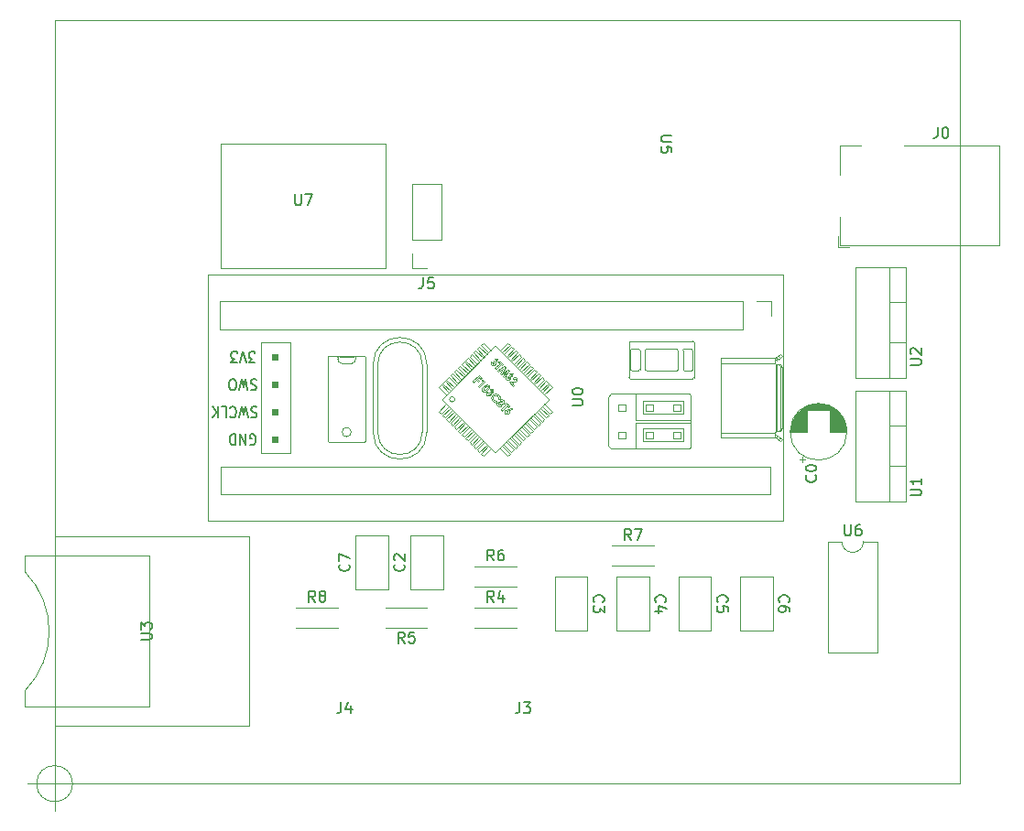
<source format=gbr>
%TF.GenerationSoftware,KiCad,Pcbnew,(6.0.4)*%
%TF.CreationDate,2023-07-18T11:50:36+07:00*%
%TF.ProjectId,05-Prototype-UpdatedComponents,30352d50-726f-4746-9f74-7970652d5570,rev?*%
%TF.SameCoordinates,PX82af528PY8a31af8*%
%TF.FileFunction,Legend,Top*%
%TF.FilePolarity,Positive*%
%FSLAX46Y46*%
G04 Gerber Fmt 4.6, Leading zero omitted, Abs format (unit mm)*
G04 Created by KiCad (PCBNEW (6.0.4)) date 2023-07-18 11:50:36*
%MOMM*%
%LPD*%
G01*
G04 APERTURE LIST*
%TA.AperFunction,Profile*%
%ADD10C,0.100000*%
%TD*%
%ADD11C,0.150000*%
%ADD12C,0.120000*%
%ADD13C,0.100000*%
G04 APERTURE END LIST*
D10*
X1666666Y0D02*
G75*
G03*
X1666666Y0I-1666666J0D01*
G01*
X-2500000Y0D02*
X2500000Y0D01*
X0Y2500000D02*
X0Y-2500000D01*
X0Y0D02*
X83693000Y0D01*
X83693000Y0D02*
X83693000Y70612000D01*
X83693000Y70612000D02*
X0Y70612000D01*
X0Y70612000D02*
X0Y0D01*
D11*
%TO.C,J0*%
X81618666Y60712120D02*
X81618666Y59997834D01*
X81571047Y59854977D01*
X81475809Y59759739D01*
X81332952Y59712120D01*
X81237714Y59712120D01*
X82285333Y60712120D02*
X82380571Y60712120D01*
X82475809Y60664500D01*
X82523428Y60616881D01*
X82571047Y60521643D01*
X82618666Y60331167D01*
X82618666Y60093072D01*
X82571047Y59902596D01*
X82523428Y59807358D01*
X82475809Y59759739D01*
X82380571Y59712120D01*
X82285333Y59712120D01*
X82190095Y59759739D01*
X82142476Y59807358D01*
X82094857Y59902596D01*
X82047238Y60093072D01*
X82047238Y60331167D01*
X82094857Y60521643D01*
X82142476Y60616881D01*
X82190095Y60664500D01*
X82285333Y60712120D01*
%TO.C,J5*%
X34058666Y46814620D02*
X34058666Y46100334D01*
X34011047Y45957477D01*
X33915809Y45862239D01*
X33772952Y45814620D01*
X33677714Y45814620D01*
X35011047Y46814620D02*
X34534857Y46814620D01*
X34487238Y46338429D01*
X34534857Y46386048D01*
X34630095Y46433667D01*
X34868190Y46433667D01*
X34963428Y46386048D01*
X35011047Y46338429D01*
X35058666Y46243191D01*
X35058666Y46005096D01*
X35011047Y45909858D01*
X34963428Y45862239D01*
X34868190Y45814620D01*
X34630095Y45814620D01*
X34534857Y45862239D01*
X34487238Y45909858D01*
%TO.C,J3*%
X42973666Y7524620D02*
X42973666Y6810334D01*
X42926047Y6667477D01*
X42830809Y6572239D01*
X42687952Y6524620D01*
X42592714Y6524620D01*
X43354619Y7524620D02*
X43973666Y7524620D01*
X43640333Y7143667D01*
X43783190Y7143667D01*
X43878428Y7096048D01*
X43926047Y7048429D01*
X43973666Y6953191D01*
X43973666Y6715096D01*
X43926047Y6619858D01*
X43878428Y6572239D01*
X43783190Y6524620D01*
X43497476Y6524620D01*
X43402238Y6572239D01*
X43354619Y6619858D01*
%TO.C,J4*%
X26463666Y7524620D02*
X26463666Y6810334D01*
X26416047Y6667477D01*
X26320809Y6572239D01*
X26177952Y6524620D01*
X26082714Y6524620D01*
X27368428Y7191286D02*
X27368428Y6524620D01*
X27130333Y7572239D02*
X26892238Y6857953D01*
X27511285Y6857953D01*
%TO.C,C5*%
X61324857Y16803667D02*
X61277238Y16851286D01*
X61229619Y16994143D01*
X61229619Y17089381D01*
X61277238Y17232239D01*
X61372476Y17327477D01*
X61467714Y17375096D01*
X61658190Y17422715D01*
X61801047Y17422715D01*
X61991523Y17375096D01*
X62086761Y17327477D01*
X62182000Y17232239D01*
X62229619Y17089381D01*
X62229619Y16994143D01*
X62182000Y16851286D01*
X62134380Y16803667D01*
X62229619Y15898905D02*
X62229619Y16375096D01*
X61753428Y16422715D01*
X61801047Y16375096D01*
X61848666Y16279858D01*
X61848666Y16041762D01*
X61801047Y15946524D01*
X61753428Y15898905D01*
X61658190Y15851286D01*
X61420095Y15851286D01*
X61324857Y15898905D01*
X61277238Y15946524D01*
X61229619Y16041762D01*
X61229619Y16279858D01*
X61277238Y16375096D01*
X61324857Y16422715D01*
%TO.C,C3*%
X49894857Y16803667D02*
X49847238Y16851286D01*
X49799619Y16994143D01*
X49799619Y17089381D01*
X49847238Y17232239D01*
X49942476Y17327477D01*
X50037714Y17375096D01*
X50228190Y17422715D01*
X50371047Y17422715D01*
X50561523Y17375096D01*
X50656761Y17327477D01*
X50752000Y17232239D01*
X50799619Y17089381D01*
X50799619Y16994143D01*
X50752000Y16851286D01*
X50704380Y16803667D01*
X50799619Y16470334D02*
X50799619Y15851286D01*
X50418666Y16184620D01*
X50418666Y16041762D01*
X50371047Y15946524D01*
X50323428Y15898905D01*
X50228190Y15851286D01*
X49990095Y15851286D01*
X49894857Y15898905D01*
X49847238Y15946524D01*
X49799619Y16041762D01*
X49799619Y16327477D01*
X49847238Y16422715D01*
X49894857Y16470334D01*
%TO.C,R8*%
X24090333Y16819620D02*
X23757000Y17295810D01*
X23518904Y16819620D02*
X23518904Y17819620D01*
X23899857Y17819620D01*
X23995095Y17772000D01*
X24042714Y17724381D01*
X24090333Y17629143D01*
X24090333Y17486286D01*
X24042714Y17391048D01*
X23995095Y17343429D01*
X23899857Y17295810D01*
X23518904Y17295810D01*
X24661761Y17391048D02*
X24566523Y17438667D01*
X24518904Y17486286D01*
X24471285Y17581524D01*
X24471285Y17629143D01*
X24518904Y17724381D01*
X24566523Y17772000D01*
X24661761Y17819620D01*
X24852238Y17819620D01*
X24947476Y17772000D01*
X24995095Y17724381D01*
X25042714Y17629143D01*
X25042714Y17581524D01*
X24995095Y17486286D01*
X24947476Y17438667D01*
X24852238Y17391048D01*
X24661761Y17391048D01*
X24566523Y17343429D01*
X24518904Y17295810D01*
X24471285Y17200572D01*
X24471285Y17010096D01*
X24518904Y16914858D01*
X24566523Y16867239D01*
X24661761Y16819620D01*
X24852238Y16819620D01*
X24947476Y16867239D01*
X24995095Y16914858D01*
X25042714Y17010096D01*
X25042714Y17200572D01*
X24995095Y17295810D01*
X24947476Y17343429D01*
X24852238Y17391048D01*
%TO.C,C4*%
X55609857Y16803667D02*
X55562238Y16851286D01*
X55514619Y16994143D01*
X55514619Y17089381D01*
X55562238Y17232239D01*
X55657476Y17327477D01*
X55752714Y17375096D01*
X55943190Y17422715D01*
X56086047Y17422715D01*
X56276523Y17375096D01*
X56371761Y17327477D01*
X56467000Y17232239D01*
X56514619Y17089381D01*
X56514619Y16994143D01*
X56467000Y16851286D01*
X56419380Y16803667D01*
X56181285Y15946524D02*
X55514619Y15946524D01*
X56562238Y16184620D02*
X55847952Y16422715D01*
X55847952Y15803667D01*
%TO.C,U6*%
X73010095Y23949620D02*
X73010095Y23140096D01*
X73057714Y23044858D01*
X73105333Y22997239D01*
X73200571Y22949620D01*
X73391047Y22949620D01*
X73486285Y22997239D01*
X73533904Y23044858D01*
X73581523Y23140096D01*
X73581523Y23949620D01*
X74486285Y23949620D02*
X74295809Y23949620D01*
X74200571Y23902000D01*
X74152952Y23854381D01*
X74057714Y23711524D01*
X74010095Y23521048D01*
X74010095Y23140096D01*
X74057714Y23044858D01*
X74105333Y22997239D01*
X74200571Y22949620D01*
X74391047Y22949620D01*
X74486285Y22997239D01*
X74533904Y23044858D01*
X74581523Y23140096D01*
X74581523Y23378191D01*
X74533904Y23473429D01*
X74486285Y23521048D01*
X74391047Y23568667D01*
X74200571Y23568667D01*
X74105333Y23521048D01*
X74057714Y23473429D01*
X74010095Y23378191D01*
%TO.C,U5*%
X57054619Y59943905D02*
X56245095Y59943905D01*
X56149857Y59896286D01*
X56102238Y59848667D01*
X56054619Y59753429D01*
X56054619Y59562953D01*
X56102238Y59467715D01*
X56149857Y59420096D01*
X56245095Y59372477D01*
X57054619Y59372477D01*
X57054619Y58420096D02*
X57054619Y58896286D01*
X56578428Y58943905D01*
X56626047Y58896286D01*
X56673666Y58801048D01*
X56673666Y58562953D01*
X56626047Y58467715D01*
X56578428Y58420096D01*
X56483190Y58372477D01*
X56245095Y58372477D01*
X56149857Y58420096D01*
X56102238Y58467715D01*
X56054619Y58562953D01*
X56054619Y58801048D01*
X56102238Y58896286D01*
X56149857Y58943905D01*
%TO.C,C0*%
X70334142Y28535334D02*
X70381761Y28487715D01*
X70429380Y28344858D01*
X70429380Y28249620D01*
X70381761Y28106762D01*
X70286523Y28011524D01*
X70191285Y27963905D01*
X70000809Y27916286D01*
X69857952Y27916286D01*
X69667476Y27963905D01*
X69572238Y28011524D01*
X69477000Y28106762D01*
X69429380Y28249620D01*
X69429380Y28344858D01*
X69477000Y28487715D01*
X69524619Y28535334D01*
X69429380Y29154381D02*
X69429380Y29249620D01*
X69477000Y29344858D01*
X69524619Y29392477D01*
X69619857Y29440096D01*
X69810333Y29487715D01*
X70048428Y29487715D01*
X70238904Y29440096D01*
X70334142Y29392477D01*
X70381761Y29344858D01*
X70429380Y29249620D01*
X70429380Y29154381D01*
X70381761Y29059143D01*
X70334142Y29011524D01*
X70238904Y28963905D01*
X70048428Y28916286D01*
X69810333Y28916286D01*
X69619857Y28963905D01*
X69524619Y29011524D01*
X69477000Y29059143D01*
X69429380Y29154381D01*
%TO.C,C2*%
X32274142Y20280334D02*
X32321761Y20232715D01*
X32369380Y20089858D01*
X32369380Y19994620D01*
X32321761Y19851762D01*
X32226523Y19756524D01*
X32131285Y19708905D01*
X31940809Y19661286D01*
X31797952Y19661286D01*
X31607476Y19708905D01*
X31512238Y19756524D01*
X31417000Y19851762D01*
X31369380Y19994620D01*
X31369380Y20089858D01*
X31417000Y20232715D01*
X31464619Y20280334D01*
X31464619Y20661286D02*
X31417000Y20708905D01*
X31369380Y20804143D01*
X31369380Y21042239D01*
X31417000Y21137477D01*
X31464619Y21185096D01*
X31559857Y21232715D01*
X31655095Y21232715D01*
X31797952Y21185096D01*
X32369380Y20613667D01*
X32369380Y21232715D01*
%TO.C,C7*%
X27194142Y20280334D02*
X27241761Y20232715D01*
X27289380Y20089858D01*
X27289380Y19994620D01*
X27241761Y19851762D01*
X27146523Y19756524D01*
X27051285Y19708905D01*
X26860809Y19661286D01*
X26717952Y19661286D01*
X26527476Y19708905D01*
X26432238Y19756524D01*
X26337000Y19851762D01*
X26289380Y19994620D01*
X26289380Y20089858D01*
X26337000Y20232715D01*
X26384619Y20280334D01*
X26289380Y20613667D02*
X26289380Y21280334D01*
X27289380Y20851762D01*
%TO.C,U1*%
X79104380Y26670096D02*
X79913904Y26670096D01*
X80009142Y26717715D01*
X80056761Y26765334D01*
X80104380Y26860572D01*
X80104380Y27051048D01*
X80056761Y27146286D01*
X80009142Y27193905D01*
X79913904Y27241524D01*
X79104380Y27241524D01*
X80104380Y28241524D02*
X80104380Y27670096D01*
X80104380Y27955810D02*
X79104380Y27955810D01*
X79247238Y27860572D01*
X79342476Y27765334D01*
X79390095Y27670096D01*
%TO.C,R4*%
X40600333Y16819620D02*
X40267000Y17295810D01*
X40028904Y16819620D02*
X40028904Y17819620D01*
X40409857Y17819620D01*
X40505095Y17772000D01*
X40552714Y17724381D01*
X40600333Y17629143D01*
X40600333Y17486286D01*
X40552714Y17391048D01*
X40505095Y17343429D01*
X40409857Y17295810D01*
X40028904Y17295810D01*
X41457476Y17486286D02*
X41457476Y16819620D01*
X41219380Y17867239D02*
X40981285Y17152953D01*
X41600333Y17152953D01*
%TO.C,C6*%
X67039857Y16803667D02*
X66992238Y16851286D01*
X66944619Y16994143D01*
X66944619Y17089381D01*
X66992238Y17232239D01*
X67087476Y17327477D01*
X67182714Y17375096D01*
X67373190Y17422715D01*
X67516047Y17422715D01*
X67706523Y17375096D01*
X67801761Y17327477D01*
X67897000Y17232239D01*
X67944619Y17089381D01*
X67944619Y16994143D01*
X67897000Y16851286D01*
X67849380Y16803667D01*
X67944619Y15946524D02*
X67944619Y16137000D01*
X67897000Y16232239D01*
X67849380Y16279858D01*
X67706523Y16375096D01*
X67516047Y16422715D01*
X67135095Y16422715D01*
X67039857Y16375096D01*
X66992238Y16327477D01*
X66944619Y16232239D01*
X66944619Y16041762D01*
X66992238Y15946524D01*
X67039857Y15898905D01*
X67135095Y15851286D01*
X67373190Y15851286D01*
X67468428Y15898905D01*
X67516047Y15946524D01*
X67563666Y16041762D01*
X67563666Y16232239D01*
X67516047Y16327477D01*
X67468428Y16375096D01*
X67373190Y16422715D01*
%TO.C,R6*%
X40600333Y20644620D02*
X40267000Y21120810D01*
X40028904Y20644620D02*
X40028904Y21644620D01*
X40409857Y21644620D01*
X40505095Y21597000D01*
X40552714Y21549381D01*
X40600333Y21454143D01*
X40600333Y21311286D01*
X40552714Y21216048D01*
X40505095Y21168429D01*
X40409857Y21120810D01*
X40028904Y21120810D01*
X41457476Y21644620D02*
X41267000Y21644620D01*
X41171761Y21597000D01*
X41124142Y21549381D01*
X41028904Y21406524D01*
X40981285Y21216048D01*
X40981285Y20835096D01*
X41028904Y20739858D01*
X41076523Y20692239D01*
X41171761Y20644620D01*
X41362238Y20644620D01*
X41457476Y20692239D01*
X41505095Y20739858D01*
X41552714Y20835096D01*
X41552714Y21073191D01*
X41505095Y21168429D01*
X41457476Y21216048D01*
X41362238Y21263667D01*
X41171761Y21263667D01*
X41076523Y21216048D01*
X41028904Y21168429D01*
X40981285Y21073191D01*
%TO.C,U7*%
X22225095Y54514620D02*
X22225095Y53705096D01*
X22272714Y53609858D01*
X22320333Y53562239D01*
X22415571Y53514620D01*
X22606047Y53514620D01*
X22701285Y53562239D01*
X22748904Y53609858D01*
X22796523Y53705096D01*
X22796523Y54514620D01*
X23177476Y54514620D02*
X23844142Y54514620D01*
X23415571Y53514620D01*
%TO.C,U3*%
X7969380Y13335096D02*
X8778904Y13335096D01*
X8874142Y13382715D01*
X8921761Y13430334D01*
X8969380Y13525572D01*
X8969380Y13716048D01*
X8921761Y13811286D01*
X8874142Y13858905D01*
X8778904Y13906524D01*
X7969380Y13906524D01*
X7969380Y14287477D02*
X7969380Y14906524D01*
X8350333Y14573191D01*
X8350333Y14716048D01*
X8397952Y14811286D01*
X8445571Y14858905D01*
X8540809Y14906524D01*
X8778904Y14906524D01*
X8874142Y14858905D01*
X8921761Y14811286D01*
X8969380Y14716048D01*
X8969380Y14430334D01*
X8921761Y14335096D01*
X8874142Y14287477D01*
%TO.C,U2*%
X79104380Y38735096D02*
X79913904Y38735096D01*
X80009142Y38782715D01*
X80056761Y38830334D01*
X80104380Y38925572D01*
X80104380Y39116048D01*
X80056761Y39211286D01*
X80009142Y39258905D01*
X79913904Y39306524D01*
X79104380Y39306524D01*
X79199619Y39735096D02*
X79152000Y39782715D01*
X79104380Y39877953D01*
X79104380Y40116048D01*
X79152000Y40211286D01*
X79199619Y40258905D01*
X79294857Y40306524D01*
X79390095Y40306524D01*
X79532952Y40258905D01*
X80104380Y39687477D01*
X80104380Y40306524D01*
%TO.C,U0*%
X47839380Y34995096D02*
X48648904Y34995096D01*
X48744142Y35042715D01*
X48791761Y35090334D01*
X48839380Y35185572D01*
X48839380Y35376048D01*
X48791761Y35471286D01*
X48744142Y35518905D01*
X48648904Y35566524D01*
X47839380Y35566524D01*
X47839380Y36233191D02*
X47839380Y36328429D01*
X47887000Y36423667D01*
X47934619Y36471286D01*
X48029857Y36518905D01*
X48220333Y36566524D01*
X48458428Y36566524D01*
X48648904Y36518905D01*
X48744142Y36471286D01*
X48791761Y36423667D01*
X48839380Y36328429D01*
X48839380Y36233191D01*
X48791761Y36137953D01*
X48744142Y36090334D01*
X48648904Y36042715D01*
X48458428Y35995096D01*
X48220333Y35995096D01*
X48029857Y36042715D01*
X47934619Y36090334D01*
X47887000Y36137953D01*
X47839380Y36233191D01*
X18513285Y38949381D02*
X17956142Y38949381D01*
X18256142Y39330334D01*
X18127571Y39330334D01*
X18041857Y39377953D01*
X17999000Y39425572D01*
X17956142Y39520810D01*
X17956142Y39758905D01*
X17999000Y39854143D01*
X18041857Y39901762D01*
X18127571Y39949381D01*
X18384714Y39949381D01*
X18470428Y39901762D01*
X18513285Y39854143D01*
X17699000Y38949381D02*
X17399000Y39949381D01*
X17099000Y38949381D01*
X16884714Y38949381D02*
X16327571Y38949381D01*
X16627571Y39330334D01*
X16499000Y39330334D01*
X16413285Y39377953D01*
X16370428Y39425572D01*
X16327571Y39520810D01*
X16327571Y39758905D01*
X16370428Y39854143D01*
X16413285Y39901762D01*
X16499000Y39949381D01*
X16756142Y39949381D01*
X16841857Y39901762D01*
X16884714Y39854143D01*
X18084714Y31377000D02*
X18170428Y31329381D01*
X18299000Y31329381D01*
X18427571Y31377000D01*
X18513285Y31472239D01*
X18556142Y31567477D01*
X18599000Y31757953D01*
X18599000Y31900810D01*
X18556142Y32091286D01*
X18513285Y32186524D01*
X18427571Y32281762D01*
X18299000Y32329381D01*
X18213285Y32329381D01*
X18084714Y32281762D01*
X18041857Y32234143D01*
X18041857Y31900810D01*
X18213285Y31900810D01*
X17656142Y32329381D02*
X17656142Y31329381D01*
X17141857Y32329381D01*
X17141857Y31329381D01*
X16713285Y32329381D02*
X16713285Y31329381D01*
X16499000Y31329381D01*
X16370428Y31377000D01*
X16284714Y31472239D01*
X16241857Y31567477D01*
X16199000Y31757953D01*
X16199000Y31900810D01*
X16241857Y32091286D01*
X16284714Y32186524D01*
X16370428Y32281762D01*
X16499000Y32329381D01*
X16713285Y32329381D01*
X18672714Y34821762D02*
X18544142Y34869381D01*
X18329857Y34869381D01*
X18244142Y34821762D01*
X18201285Y34774143D01*
X18158428Y34678905D01*
X18158428Y34583667D01*
X18201285Y34488429D01*
X18244142Y34440810D01*
X18329857Y34393191D01*
X18501285Y34345572D01*
X18587000Y34297953D01*
X18629857Y34250334D01*
X18672714Y34155096D01*
X18672714Y34059858D01*
X18629857Y33964620D01*
X18587000Y33917000D01*
X18501285Y33869381D01*
X18287000Y33869381D01*
X18158428Y33917000D01*
X17858428Y33869381D02*
X17644142Y34869381D01*
X17472714Y34155096D01*
X17301285Y34869381D01*
X17087000Y33869381D01*
X16229857Y34774143D02*
X16272714Y34821762D01*
X16401285Y34869381D01*
X16487000Y34869381D01*
X16615571Y34821762D01*
X16701285Y34726524D01*
X16744142Y34631286D01*
X16787000Y34440810D01*
X16787000Y34297953D01*
X16744142Y34107477D01*
X16701285Y34012239D01*
X16615571Y33917000D01*
X16487000Y33869381D01*
X16401285Y33869381D01*
X16272714Y33917000D01*
X16229857Y33964620D01*
X15415571Y34869381D02*
X15844142Y34869381D01*
X15844142Y33869381D01*
X15115571Y34869381D02*
X15115571Y33869381D01*
X14601285Y34869381D02*
X14987000Y34297953D01*
X14601285Y33869381D02*
X15115571Y34440810D01*
X18641857Y37361762D02*
X18513285Y37409381D01*
X18299000Y37409381D01*
X18213285Y37361762D01*
X18170428Y37314143D01*
X18127571Y37218905D01*
X18127571Y37123667D01*
X18170428Y37028429D01*
X18213285Y36980810D01*
X18299000Y36933191D01*
X18470428Y36885572D01*
X18556142Y36837953D01*
X18599000Y36790334D01*
X18641857Y36695096D01*
X18641857Y36599858D01*
X18599000Y36504620D01*
X18556142Y36457000D01*
X18470428Y36409381D01*
X18256142Y36409381D01*
X18127571Y36457000D01*
X17827571Y36409381D02*
X17613285Y37409381D01*
X17441857Y36695096D01*
X17270428Y37409381D01*
X17056142Y36409381D01*
X16541857Y36409381D02*
X16370428Y36409381D01*
X16284714Y36457000D01*
X16199000Y36552239D01*
X16156142Y36742715D01*
X16156142Y37076048D01*
X16199000Y37266524D01*
X16284714Y37361762D01*
X16370428Y37409381D01*
X16541857Y37409381D01*
X16627571Y37361762D01*
X16713285Y37266524D01*
X16756142Y37076048D01*
X16756142Y36742715D01*
X16713285Y36552239D01*
X16627571Y36457000D01*
X16541857Y36409381D01*
%TO.C,R5*%
X32345333Y13009620D02*
X32012000Y13485810D01*
X31773904Y13009620D02*
X31773904Y14009620D01*
X32154857Y14009620D01*
X32250095Y13962000D01*
X32297714Y13914381D01*
X32345333Y13819143D01*
X32345333Y13676286D01*
X32297714Y13581048D01*
X32250095Y13533429D01*
X32154857Y13485810D01*
X31773904Y13485810D01*
X33250095Y14009620D02*
X32773904Y14009620D01*
X32726285Y13533429D01*
X32773904Y13581048D01*
X32869142Y13628667D01*
X33107238Y13628667D01*
X33202476Y13581048D01*
X33250095Y13533429D01*
X33297714Y13438191D01*
X33297714Y13200096D01*
X33250095Y13104858D01*
X33202476Y13057239D01*
X33107238Y13009620D01*
X32869142Y13009620D01*
X32773904Y13057239D01*
X32726285Y13104858D01*
%TO.C,R7*%
X53300333Y22534620D02*
X52967000Y23010810D01*
X52728904Y22534620D02*
X52728904Y23534620D01*
X53109857Y23534620D01*
X53205095Y23487000D01*
X53252714Y23439381D01*
X53300333Y23344143D01*
X53300333Y23201286D01*
X53252714Y23106048D01*
X53205095Y23058429D01*
X53109857Y23010810D01*
X52728904Y23010810D01*
X53633666Y23534620D02*
X54300333Y23534620D01*
X53871761Y22534620D01*
D12*
%TO.C,J0*%
X72602000Y56314500D02*
X72602000Y59014500D01*
X87302000Y49814500D02*
X72602000Y49814500D01*
X72602000Y49814500D02*
X72602000Y52414500D01*
X78502000Y59014500D02*
X87302000Y59014500D01*
X72402000Y50664500D02*
X72402000Y49614500D01*
X73452000Y49614500D02*
X72402000Y49614500D01*
X72602000Y59014500D02*
X74502000Y59014500D01*
X87302000Y59014500D02*
X87302000Y49814500D01*
%TO.C,J5*%
X35722000Y50307000D02*
X33062000Y50307000D01*
X35722000Y55447000D02*
X33062000Y55447000D01*
X33062000Y47707000D02*
X33062000Y49037000D01*
X35722000Y50307000D02*
X35722000Y55447000D01*
X34392000Y47707000D02*
X33062000Y47707000D01*
X33062000Y50307000D02*
X33062000Y55447000D01*
%TO.C,C5*%
X60682000Y19137000D02*
X57682000Y19137000D01*
X57682000Y19137000D02*
X57682000Y14137000D01*
X57682000Y14137000D02*
X60682000Y14137000D01*
X60682000Y14137000D02*
X60682000Y19137000D01*
%TO.C,C3*%
X49252000Y19137000D02*
X46252000Y19137000D01*
X46252000Y19137000D02*
X46252000Y14137000D01*
X46252000Y14137000D02*
X49252000Y14137000D01*
X49252000Y14137000D02*
X49252000Y19137000D01*
%TO.C,R8*%
X26177000Y16287000D02*
X22337000Y16287000D01*
X26177000Y14447000D02*
X22337000Y14447000D01*
%TO.C,C4*%
X54967000Y19137000D02*
X51967000Y19137000D01*
X51967000Y19137000D02*
X51967000Y14137000D01*
X51967000Y14137000D02*
X54967000Y14137000D01*
X54967000Y14137000D02*
X54967000Y19137000D01*
%TO.C,U6*%
X72772000Y22402000D02*
G75*
G03*
X74772000Y22402000I1000000J0D01*
G01*
X71522000Y22402000D02*
X71522000Y12122000D01*
X76022000Y22402000D02*
X74772000Y22402000D01*
X71522000Y12122000D02*
X76022000Y12122000D01*
X72772000Y22402000D02*
X71522000Y22402000D01*
X76022000Y12122000D02*
X76022000Y22402000D01*
%TO.C,C0*%
X73232000Y32556888D02*
G75*
G03*
X73232000Y32556888I-2620000J0D01*
G01*
X68101000Y33156888D02*
X69572000Y33156888D01*
X71652000Y32996888D02*
X73155000Y32996888D01*
X69697000Y34997888D02*
X71527000Y34997888D01*
X71652000Y33997888D02*
X72761000Y33997888D01*
X71652000Y34277888D02*
X72549000Y34277888D01*
X71652000Y33917888D02*
X72812000Y33917888D01*
X68344000Y33797888D02*
X69572000Y33797888D01*
X68827000Y34437888D02*
X69572000Y34437888D01*
X68144000Y33317888D02*
X69572000Y33317888D01*
X68032000Y32596888D02*
X69572000Y32596888D01*
X71652000Y33797888D02*
X72880000Y33797888D01*
X71652000Y33357888D02*
X73067000Y33357888D01*
X71652000Y32916888D02*
X73168000Y32916888D01*
X68092000Y33116888D02*
X69572000Y33116888D01*
X71652000Y32596888D02*
X73192000Y32596888D01*
X69514000Y34917888D02*
X71710000Y34917888D01*
X68111000Y33196888D02*
X69572000Y33196888D01*
X68887000Y30002113D02*
X69387000Y30002113D01*
X71652000Y34197888D02*
X72616000Y34197888D01*
X71652000Y34157888D02*
X72647000Y34157888D01*
X68062000Y32956888D02*
X69572000Y32956888D01*
X71652000Y33236888D02*
X73103000Y33236888D01*
X70094000Y35117888D02*
X71130000Y35117888D01*
X68184000Y33437888D02*
X69572000Y33437888D01*
X69601000Y34957888D02*
X71623000Y34957888D01*
X71652000Y33277888D02*
X73092000Y33277888D01*
X71652000Y33196888D02*
X73113000Y33196888D01*
X71652000Y33957888D02*
X72787000Y33957888D01*
X68069000Y32996888D02*
X69572000Y32996888D01*
X68577000Y34157888D02*
X69572000Y34157888D01*
X68230000Y33557888D02*
X69572000Y33557888D01*
X71652000Y34477888D02*
X72355000Y34477888D01*
X71652000Y32956888D02*
X73162000Y32956888D01*
X71652000Y34517888D02*
X72311000Y34517888D01*
X71652000Y32796888D02*
X73181000Y32796888D01*
X71652000Y32676888D02*
X73190000Y32676888D01*
X68264000Y33637888D02*
X69572000Y33637888D01*
X71652000Y33076888D02*
X73140000Y33076888D01*
X70328000Y35157888D02*
X70896000Y35157888D01*
X71652000Y33397888D02*
X73054000Y33397888D01*
X69137000Y29752113D02*
X69137000Y30252113D01*
X68959000Y34557888D02*
X69572000Y34557888D01*
X68388000Y33877888D02*
X69572000Y33877888D01*
X69935000Y35077888D02*
X71289000Y35077888D01*
X68047000Y32836888D02*
X69572000Y32836888D01*
X68032000Y32556888D02*
X69572000Y32556888D01*
X68051000Y32876888D02*
X69572000Y32876888D01*
X71652000Y34117888D02*
X72677000Y34117888D01*
X68365000Y33837888D02*
X69572000Y33837888D01*
X71652000Y33437888D02*
X73040000Y33437888D01*
X68056000Y32916888D02*
X69572000Y32916888D01*
X71652000Y32716888D02*
X73188000Y32716888D01*
X68033000Y32636888D02*
X69572000Y32636888D01*
X68641000Y34237888D02*
X69572000Y34237888D01*
X68039000Y32756888D02*
X69572000Y32756888D01*
X71652000Y33837888D02*
X72859000Y33837888D01*
X68437000Y33957888D02*
X69572000Y33957888D01*
X71652000Y34397888D02*
X72438000Y34397888D01*
X71652000Y34317888D02*
X72513000Y34317888D01*
X68121000Y33236888D02*
X69572000Y33236888D01*
X68913000Y34517888D02*
X69572000Y34517888D01*
X71652000Y33597888D02*
X72977000Y33597888D01*
X71652000Y34437888D02*
X72397000Y34437888D01*
X68132000Y33277888D02*
X69572000Y33277888D01*
X68748000Y34357888D02*
X69572000Y34357888D01*
X71652000Y33757888D02*
X72902000Y33757888D01*
X71652000Y34357888D02*
X72476000Y34357888D01*
X71652000Y33036888D02*
X73148000Y33036888D01*
X68198000Y33477888D02*
X69572000Y33477888D01*
X68547000Y34117888D02*
X69572000Y34117888D01*
X68043000Y32796888D02*
X69572000Y32796888D01*
X68412000Y33917888D02*
X69572000Y33917888D01*
X68034000Y32676888D02*
X69572000Y32676888D01*
X68036000Y32716888D02*
X69572000Y32716888D01*
X71652000Y34557888D02*
X72265000Y34557888D01*
X71652000Y33156888D02*
X73123000Y33156888D01*
X68608000Y34197888D02*
X69572000Y34197888D01*
X71652000Y33637888D02*
X72960000Y33637888D01*
X71652000Y34037888D02*
X72734000Y34037888D01*
X71652000Y33116888D02*
X73132000Y33116888D01*
X71652000Y32876888D02*
X73173000Y32876888D01*
X71652000Y33877888D02*
X72836000Y33877888D01*
X68463000Y33997888D02*
X69572000Y33997888D01*
X68214000Y33517888D02*
X69572000Y33517888D01*
X71652000Y33317888D02*
X73080000Y33317888D01*
X69434000Y34877888D02*
X71790000Y34877888D01*
X68157000Y33357888D02*
X69572000Y33357888D01*
X68283000Y33677888D02*
X69572000Y33677888D01*
X69361000Y34837888D02*
X71863000Y34837888D01*
X69169000Y34717888D02*
X72055000Y34717888D01*
X71652000Y33717888D02*
X72922000Y33717888D01*
X71652000Y32636888D02*
X73191000Y32636888D01*
X71652000Y32556888D02*
X73192000Y32556888D01*
X68076000Y33036888D02*
X69572000Y33036888D01*
X69112000Y34677888D02*
X72112000Y34677888D01*
X71652000Y32836888D02*
X73177000Y32836888D01*
X68517000Y34077888D02*
X69572000Y34077888D01*
X68302000Y33717888D02*
X69572000Y33717888D01*
X71652000Y34237888D02*
X72583000Y34237888D01*
X69058000Y34637888D02*
X72166000Y34637888D01*
X71652000Y32756888D02*
X73185000Y32756888D01*
X69807000Y35037888D02*
X71417000Y35037888D01*
X68322000Y33757888D02*
X69572000Y33757888D01*
X71652000Y33557888D02*
X72994000Y33557888D01*
X68490000Y34037888D02*
X69572000Y34037888D01*
X69293000Y34797888D02*
X71931000Y34797888D01*
X71652000Y33477888D02*
X73026000Y33477888D01*
X71652000Y33517888D02*
X73010000Y33517888D01*
X68786000Y34397888D02*
X69572000Y34397888D01*
X69229000Y34757888D02*
X71995000Y34757888D01*
X68247000Y33597888D02*
X69572000Y33597888D01*
X68869000Y34477888D02*
X69572000Y34477888D01*
X71652000Y34077888D02*
X72707000Y34077888D01*
X71652000Y33677888D02*
X72941000Y33677888D01*
X68170000Y33397888D02*
X69572000Y33397888D01*
X69007000Y34597888D02*
X72217000Y34597888D01*
X68084000Y33076888D02*
X69572000Y33076888D01*
X68711000Y34317888D02*
X69572000Y34317888D01*
X68675000Y34277888D02*
X69572000Y34277888D01*
%TO.C,C2*%
X32917000Y17947000D02*
X35917000Y17947000D01*
X35917000Y17947000D02*
X35917000Y22947000D01*
X35917000Y22947000D02*
X32917000Y22947000D01*
X32917000Y22947000D02*
X32917000Y17947000D01*
%TO.C,C7*%
X27837000Y17947000D02*
X30837000Y17947000D01*
X30837000Y17947000D02*
X30837000Y22947000D01*
X30837000Y22947000D02*
X27837000Y22947000D01*
X27837000Y22947000D02*
X27837000Y17947000D01*
%TO.C,U1*%
X78652000Y36362000D02*
X78652000Y26122000D01*
X78652000Y33092000D02*
X77142000Y33092000D01*
X78652000Y29391000D02*
X77142000Y29391000D01*
X77142000Y36362000D02*
X77142000Y26122000D01*
X74011000Y36362000D02*
X74011000Y26122000D01*
X78652000Y36362000D02*
X74011000Y36362000D01*
X78652000Y26122000D02*
X74011000Y26122000D01*
%TO.C,R4*%
X42687000Y16287000D02*
X38847000Y16287000D01*
X42687000Y14447000D02*
X38847000Y14447000D01*
%TO.C,C6*%
X66397000Y19137000D02*
X63397000Y19137000D01*
X63397000Y19137000D02*
X63397000Y14137000D01*
X63397000Y14137000D02*
X66397000Y14137000D01*
X66397000Y14137000D02*
X66397000Y19137000D01*
%TO.C,R6*%
X38847000Y20097000D02*
X42687000Y20097000D01*
X38847000Y18257000D02*
X42687000Y18257000D01*
%TO.C,U7*%
X15367000Y59217000D02*
X30607000Y59217000D01*
X30607000Y59217000D02*
X30607000Y47717000D01*
X30607000Y47717000D02*
X15367000Y47717000D01*
X15367000Y47717000D02*
X15367000Y59217000D01*
%TO.C,U3*%
X-2733000Y8597000D02*
X-2733000Y7097000D01*
X17000Y5347000D02*
X18017000Y5347000D01*
X18017000Y22847000D02*
X17000Y22847000D01*
X-2733000Y21097000D02*
X-2733000Y19597000D01*
X17000Y22847000D02*
X17000Y21097000D01*
X18017000Y5347000D02*
X18017000Y22847000D01*
X8767000Y7097000D02*
X8767000Y21097000D01*
X17000Y5347000D02*
X17000Y7097000D01*
X8767000Y21097000D02*
X-2733000Y21097000D01*
X-2733000Y7097000D02*
X8767000Y7097000D01*
X-2733000Y8597000D02*
G75*
G03*
X-2733000Y19597000I-5667508J5500000D01*
G01*
%TO.C,U2*%
X78652000Y44522000D02*
X77142000Y44522000D01*
X74011000Y47792000D02*
X74011000Y37552000D01*
X78652000Y40821000D02*
X77142000Y40821000D01*
X77142000Y47792000D02*
X77142000Y37552000D01*
X78652000Y47792000D02*
X74011000Y47792000D01*
X78652000Y47792000D02*
X78652000Y37552000D01*
X78652000Y37552000D02*
X74011000Y37552000D01*
%TO.C,U0*%
G36*
X20601940Y39235380D02*
G01*
X20093940Y39235380D01*
X20093940Y39743380D01*
X20601940Y39743380D01*
X20601940Y39235380D01*
G37*
D13*
X20601940Y39235380D02*
X20093940Y39235380D01*
X20093940Y39743380D01*
X20601940Y39743380D01*
X20601940Y39235380D01*
G36*
X20601940Y36695380D02*
G01*
X20093940Y36695380D01*
X20093940Y37203380D01*
X20601940Y37203380D01*
X20601940Y36695380D01*
G37*
X20601940Y36695380D02*
X20093940Y36695380D01*
X20093940Y37203380D01*
X20601940Y37203380D01*
X20601940Y36695380D01*
G36*
X20601940Y34155380D02*
G01*
X20093940Y34155380D01*
X20093940Y34663380D01*
X20601940Y34663380D01*
X20601940Y34155380D01*
G37*
X20601940Y34155380D02*
X20093940Y34155380D01*
X20093940Y34663380D01*
X20601940Y34663380D01*
X20601940Y34155380D01*
G36*
X20601940Y31615380D02*
G01*
X20093940Y31615380D01*
X20093940Y32123380D01*
X20601940Y32123380D01*
X20601940Y31615380D01*
G37*
X20601940Y31615380D02*
X20093940Y31615380D01*
X20093940Y32123380D01*
X20601940Y32123380D01*
X20601940Y31615380D01*
D12*
X27420067Y32527855D02*
G75*
G03*
X27420067Y32527855I-425876J0D01*
G01*
X36998424Y35552502D02*
G75*
G03*
X36998424Y35552502I-250000J0D01*
G01*
X42736215Y37509666D02*
G75*
G03*
X42371816Y37493297I-174515J-179266D01*
G01*
X58194723Y40199477D02*
G75*
G03*
X58094723Y40099467I-23J-99977D01*
G01*
X57494723Y38199477D02*
G75*
G03*
X57594723Y38299467I-23J100023D01*
G01*
X41759893Y37724470D02*
G75*
G03*
X41759579Y37371231I169307J-176770D01*
G01*
X39971417Y35909427D02*
G75*
G03*
X40326985Y35897208I183653J164683D01*
G01*
X57594767Y40099467D02*
G75*
G03*
X57494723Y40199467I-100067J-67D01*
G01*
X42736329Y37191462D02*
G75*
G03*
X42736206Y37509658I-156129J159038D01*
G01*
X67123603Y38537000D02*
G75*
G03*
X66918818Y38787000I-229953J20510D01*
G01*
X41057668Y35938205D02*
G75*
G03*
X40502913Y35937151I-276868J-268405D01*
G01*
X34399412Y38799050D02*
G75*
G03*
X29449412Y38799050I-2475000J0D01*
G01*
X42386902Y37074723D02*
G75*
G03*
X42736312Y37191480I22598J513577D01*
G01*
X41056483Y35014685D02*
G75*
G03*
X41214587Y35003443I84117J65615D01*
G01*
X54594767Y38299467D02*
G75*
G03*
X54694723Y38199467I99933J-67D01*
G01*
X58787000Y35957000D02*
G75*
G03*
X58687000Y36057000I-100000J0D01*
G01*
X42006575Y34204445D02*
G75*
G03*
X42014757Y34532393I-155475J167955D01*
G01*
X58944767Y40099467D02*
G75*
G03*
X58844723Y40199467I-100067J-67D01*
G01*
X40598314Y35842175D02*
G75*
G03*
X40593426Y35477787I167586J-184475D01*
G01*
X42115147Y37359017D02*
G75*
G03*
X42152651Y37592839I-131947J141083D01*
G01*
X54094767Y40099467D02*
G75*
G03*
X53994723Y40199467I-100067J-67D01*
G01*
X66717000Y32587001D02*
G75*
G03*
X66617063Y32490590I0J-100001D01*
G01*
X41214638Y35003396D02*
G75*
G03*
X41207256Y35163116I-80638J76304D01*
G01*
X40958770Y35846744D02*
G75*
G03*
X40598312Y35842177I-178020J-176644D01*
G01*
X41916788Y34305070D02*
G75*
G03*
X41921800Y34448573I-65588J74130D01*
G01*
X26153146Y39286226D02*
G75*
G03*
X26553149Y38886226I400004J4D01*
G01*
X66621215Y39136967D02*
G75*
G03*
X66951759Y39261858I-215J500433D01*
G01*
X58844723Y38199477D02*
G75*
G03*
X58944723Y38299467I-23J100023D01*
G01*
X40502693Y38818479D02*
G75*
G03*
X40613503Y38808180I60607J50821D01*
G01*
X40364489Y36131038D02*
G75*
G03*
X40546575Y36171190I59711J162162D01*
G01*
X53344723Y40199477D02*
G75*
G03*
X53244723Y40099467I-23J-99977D01*
G01*
X41679142Y34201666D02*
G75*
G03*
X42006577Y34204442I162358J161834D01*
G01*
X41421698Y35383718D02*
G75*
G03*
X41305312Y35379732I-56298J-57318D01*
G01*
X39971722Y36262671D02*
G75*
G03*
X39971414Y35909425I169378J-176771D01*
G01*
X41780842Y34441011D02*
G75*
G03*
X41772539Y34298674I66858J-75311D01*
G01*
X40593420Y35477781D02*
G75*
G03*
X40828951Y35396517I203280J207219D01*
G01*
X40349866Y39006823D02*
G75*
G03*
X40404007Y38726802I229234J-100923D01*
G01*
X41855035Y37629324D02*
G75*
G03*
X41859971Y37461214I88665J-81524D01*
G01*
X42152637Y37592802D02*
G75*
G03*
X42334739Y37632997I59663J162298D01*
G01*
X40886382Y39060293D02*
G75*
G03*
X40864539Y39190948I-127082J45907D01*
G01*
X29874408Y32499050D02*
G75*
G03*
X33974412Y32499050I2050002J0D01*
G01*
X59094727Y40849467D02*
G75*
G03*
X58994723Y40949467I-100067J-67D01*
G01*
X53194723Y40949477D02*
G75*
G03*
X53094723Y40849467I-23J-99977D01*
G01*
X41921847Y34448624D02*
G75*
G03*
X41780826Y34441029I-66847J-71824D01*
G01*
X40326982Y35897212D02*
G75*
G03*
X40364487Y36131032I-131982J141088D01*
G01*
X58994723Y37449477D02*
G75*
G03*
X59094723Y37549467I-23J100023D01*
G01*
X53094767Y37549467D02*
G75*
G03*
X53194723Y37449467I99933J-67D01*
G01*
X41022727Y39054222D02*
G75*
G03*
X40960789Y39285073I-254027J55578D01*
G01*
X42233483Y37722143D02*
G75*
G03*
X42229884Y37825603I-49883J50057D01*
G01*
X66918813Y32587034D02*
G75*
G03*
X67123605Y32837000I-25013J229366D01*
G01*
X53807000Y36057000D02*
G75*
G03*
X53707000Y35957000I0J-100000D01*
G01*
X41305294Y35379753D02*
G75*
G03*
X41301169Y35259579I55206J-62053D01*
G01*
X40404004Y38726800D02*
G75*
G03*
X40714215Y38718517I158956J140050D01*
G01*
X25244184Y31678663D02*
G75*
G03*
X25343572Y31579284I100016J637D01*
G01*
X29449408Y32499050D02*
G75*
G03*
X34399412Y32499050I2475002J0D01*
G01*
X66625500Y39383407D02*
G75*
G03*
X66787847Y39445834I-2800J249593D01*
G01*
X33974412Y38799050D02*
G75*
G03*
X29874412Y38799050I-2050000J0D01*
G01*
X27435233Y38886227D02*
G75*
G03*
X27835233Y39286226I67J399933D01*
G01*
X25343572Y39579307D02*
G75*
G03*
X25244193Y39479901I628J-100007D01*
G01*
X41859949Y37461195D02*
G75*
G03*
X42020918Y37455158I83351J73405D01*
G01*
X41680973Y34531533D02*
G75*
G03*
X41679157Y34201680I163727J-165833D01*
G01*
X41772492Y34298624D02*
G75*
G03*
X41916808Y34305048I69008J73976D01*
G01*
X53244767Y38299467D02*
G75*
G03*
X53344723Y38199467I99933J-67D01*
G01*
X54694723Y40199477D02*
G75*
G03*
X54594723Y40099467I-23J-99977D01*
G01*
X67062207Y32587039D02*
G75*
G03*
X67266999Y32837000I-25007J229361D01*
G01*
X40613503Y38808181D02*
G75*
G03*
X40634645Y38969977I-183203J106219D01*
G01*
X39656319Y36414896D02*
G75*
G03*
X39750868Y36393224I64681J65104D01*
G01*
X67267001Y38537000D02*
G75*
G03*
X67062212Y38787001I-229941J20520D01*
G01*
X66787840Y31928159D02*
G75*
G03*
X66625500Y31990573I-165240J-187459D01*
G01*
X40502908Y35937157D02*
G75*
G03*
X40498663Y35382175I254892J-279457D01*
G01*
X40960793Y39285076D02*
G75*
G03*
X40687126Y39289748I-139123J-131806D01*
G01*
X40942961Y35262109D02*
G75*
G03*
X40962278Y34918562I156639J-163509D01*
G01*
X40962279Y34918563D02*
G75*
G03*
X41303294Y34901776I178071J145257D01*
G01*
X40864541Y39190949D02*
G75*
G03*
X40786881Y39199128I-42941J-34949D01*
G01*
X53994723Y38199477D02*
G75*
G03*
X54094723Y38299467I-23J100023D01*
G01*
X42229892Y37825611D02*
G75*
G03*
X42120249Y37840051I-64492J-66211D01*
G01*
X66617064Y38883411D02*
G75*
G03*
X66716999Y38787000I99936J3589D01*
G01*
X40066968Y36167428D02*
G75*
G03*
X40071807Y35999407I88632J-81528D01*
G01*
X41519250Y35476599D02*
G75*
G03*
X41216924Y35481718I-153550J-138399D01*
G01*
X41759577Y37371231D02*
G75*
G03*
X42115149Y37359014I183653J164639D01*
G01*
X41301122Y35259530D02*
G75*
G03*
X41421641Y35264891I57778J58470D01*
G01*
X41046738Y35175543D02*
G75*
G03*
X41056509Y35014705I81862J-75743D01*
G01*
X40546624Y36171143D02*
G75*
G03*
X40537545Y36458345I-145124J139157D01*
G01*
X58687000Y30977000D02*
G75*
G03*
X58787000Y31077000I0J100000D01*
G01*
X28744180Y39479900D02*
G75*
G03*
X28644811Y39579280I-99980J-600D01*
G01*
X66951767Y32112152D02*
G75*
G03*
X66621215Y32236989I-330567J-375252D01*
G01*
X40071826Y35999423D02*
G75*
G03*
X40232755Y35993351I83374J74077D01*
G01*
X42634410Y37279997D02*
G75*
G03*
X42635600Y37419887I-65010J70503D01*
G01*
X41521441Y35174225D02*
G75*
G03*
X41519273Y35476619I-143641J150175D01*
G01*
X53707001Y31077000D02*
G75*
G03*
X53807000Y30977001I99999J0D01*
G01*
X40441709Y36363784D02*
G75*
G03*
X40332085Y36378244I-64509J-66284D01*
G01*
X41207274Y35163131D02*
G75*
G03*
X41046735Y35175546I-86374J-72731D01*
G01*
X40687129Y39289745D02*
G75*
G03*
X40634645Y38969977I286071J-211145D01*
G01*
X42334740Y37632997D02*
G75*
G03*
X42325710Y37920154I-145250J139153D01*
G01*
X28644810Y31579310D02*
G75*
G03*
X28744190Y31678663I-610J99990D01*
G01*
X26353151Y39495221D02*
G75*
G03*
X26153149Y39472812I-51351J-445421D01*
G01*
X40445311Y36260344D02*
G75*
G03*
X40441720Y36363796I-49911J50056D01*
G01*
X41421619Y35264915D02*
G75*
G03*
X41421747Y35383769I-54019J59485D01*
G01*
X27835233Y39472812D02*
G75*
G03*
X27635233Y39495200I-150633J-441112D01*
G01*
X41303289Y34901781D02*
G75*
G03*
X41367673Y35111485I-158889J163519D01*
G01*
X42091927Y40572961D02*
X41879795Y40785093D01*
X35515834Y34421132D02*
X36222940Y35128238D01*
X36435072Y33501893D02*
X37142179Y34209000D01*
X53344723Y40199467D02*
X53994723Y40199467D01*
X42445480Y40219407D02*
X41738373Y39512300D01*
X40182272Y36765652D02*
X40186756Y36699391D01*
X41680963Y34531543D02*
X41769517Y34589341D01*
X45768882Y34209000D02*
X45061775Y34916106D01*
X36788626Y33148339D02*
X37495733Y33855446D01*
X44213247Y32653365D02*
X43506140Y33360471D01*
X42537242Y37441449D02*
X42467004Y37398109D01*
X66617000Y31997104D02*
X66617000Y32487000D01*
X40774879Y39181259D02*
X40770308Y39164920D01*
X40942942Y35262128D02*
X41051969Y35324392D01*
X39923926Y36514013D02*
X40024437Y36635611D01*
X39674436Y36252874D02*
X39613304Y36277965D01*
X42191494Y37701863D02*
X42214158Y37708601D01*
X37283601Y38451640D02*
X37990707Y37744533D01*
X40349826Y39006841D02*
X40483790Y38973377D01*
X40356549Y36244971D02*
X40403330Y36240056D01*
X28644810Y39579280D02*
X28644191Y39579282D01*
X39989448Y36804419D02*
X39949275Y36810953D01*
X44213247Y38451640D02*
X43506140Y37744533D01*
X55295199Y31928802D02*
X54658802Y31928802D01*
X35727966Y34209000D02*
X36435072Y34916106D01*
X40712835Y38445171D02*
X41147977Y38880314D01*
X67062211Y38787000D02*
X66717000Y38787000D01*
X66617064Y38883411D02*
X61607000Y38883411D01*
X44354668Y32794786D02*
X44566800Y33006918D01*
X67342000Y24312000D02*
X14192000Y24312000D01*
X42043394Y37568848D02*
X41977468Y37670073D01*
X43152587Y39512300D02*
X42445480Y38805194D01*
X42025062Y37935239D02*
X42096168Y37975729D01*
X40332085Y36378244D02*
X40236898Y36473431D01*
X43294008Y31734126D02*
X42586901Y32441233D01*
X41147977Y38880314D02*
X41052790Y38975501D01*
X54658802Y31928802D02*
X54658802Y32565199D01*
X45981014Y36683873D02*
X45273907Y35976767D01*
X40770282Y39086245D02*
X40773920Y39024476D01*
X38556393Y31380572D02*
X39263500Y32087679D01*
X44920354Y37744533D02*
X44213247Y37037427D01*
X40024437Y36635611D02*
X40049191Y36709911D01*
X42358218Y36799788D02*
X42004664Y37153342D01*
X39404921Y40572961D02*
X39617053Y40785093D01*
X40107535Y36518541D02*
X40019114Y36418826D01*
X54377000Y32847000D02*
X58117000Y32847000D01*
X66638175Y32548536D02*
X66638175Y38825465D01*
X55295199Y34468802D02*
X54658802Y34468802D01*
X42038869Y37479668D02*
X42048249Y37508549D01*
X40786881Y39199128D02*
X40774879Y39181259D01*
X67267000Y31834388D02*
X67104108Y31649513D01*
X37849286Y32087679D02*
X37637154Y32299811D01*
X38202839Y31734126D02*
X38909946Y32441233D01*
X37637154Y32299811D02*
X38344261Y33006918D01*
X40482403Y38848068D02*
X40502700Y38818485D01*
X40698424Y40452250D02*
X40798424Y40452250D01*
X42048249Y37508549D02*
X42043394Y37568848D01*
X41020766Y35751997D02*
X40958771Y35846745D01*
X45061775Y37603112D02*
X44354668Y36896005D01*
X54694723Y40199467D02*
X57494723Y40199467D01*
X66622575Y39383411D02*
X61617000Y39383411D01*
X52755199Y34468802D02*
X52118802Y34468802D01*
X42467004Y37398109D02*
X42371816Y37493297D01*
X43647562Y32087679D02*
X42940455Y32794786D01*
X66617331Y31995514D02*
X66617000Y31997104D01*
X44213247Y38451640D02*
X44001115Y38663772D01*
X39489734Y36496406D02*
X39503239Y36560729D01*
X53707000Y31077000D02*
X53707000Y33417000D01*
X44708222Y33148339D02*
X44920354Y33360471D01*
X41161432Y35764824D02*
X41178361Y35606333D01*
X40425994Y36246794D02*
X40445333Y36260322D01*
X40781038Y38894974D02*
X40762041Y38788602D01*
X40473257Y38882815D02*
X40482403Y38848068D01*
X36222940Y37390980D02*
X36435072Y37603112D01*
X42004664Y37153342D02*
X42052896Y37201573D01*
X42528522Y37226950D02*
X42634431Y37279975D01*
X37637154Y38805194D02*
X37849286Y39017326D01*
X40483790Y38973377D02*
X40473257Y38882815D01*
X42233348Y30673466D02*
X41526241Y31380572D01*
X42052896Y37201573D02*
X42377022Y37211665D01*
X36788626Y37956666D02*
X37495733Y37249559D01*
X41441218Y35124565D02*
X41367673Y35111486D01*
X42799033Y39865854D02*
X42091927Y39158747D01*
X27435233Y38886226D02*
X26553149Y38886226D01*
X43647562Y32087679D02*
X43859694Y32299811D01*
X43152587Y39512300D02*
X42940455Y39724432D01*
X53244723Y38299467D02*
X53244723Y40099467D01*
X41052790Y38975501D02*
X41147977Y39070689D01*
X54094723Y40099467D02*
X54094723Y38299467D01*
X36222940Y33714025D02*
X36930047Y34421132D01*
X51467000Y30977000D02*
X53407000Y30977000D01*
X28754191Y38079282D02*
X28754191Y38579282D01*
X45981014Y36683873D02*
X45768882Y36896005D01*
X39520443Y36370582D02*
X39494759Y36430974D01*
X39909160Y36942463D02*
X40033990Y36934224D01*
X39747893Y36677936D02*
X39650632Y36558238D01*
X39607024Y37361670D02*
X39754161Y37214534D01*
X39653768Y36774185D02*
X39785893Y36886199D01*
X44001115Y32441233D02*
X44213247Y32653365D01*
X64897000Y44637000D02*
X66227000Y44637000D01*
X39617053Y40785093D02*
X40324160Y40077986D01*
X45415329Y33855446D02*
X44708222Y34562553D01*
X40825551Y35257773D02*
X40627763Y35291488D01*
X40371074Y36526231D02*
X40471741Y36505734D01*
X53707000Y33617000D02*
X53707000Y35957000D01*
X37142179Y32794786D02*
X36930047Y33006918D01*
X42940455Y31380572D02*
X43152587Y31592704D01*
X15307000Y44637000D02*
X63627000Y44637000D01*
X40627763Y35291488D02*
X40498663Y35382175D01*
X19117000Y40827000D02*
X19117000Y30547000D01*
X57582497Y36058000D02*
X57537625Y36058000D01*
X58117000Y34187000D02*
X54377000Y34187000D01*
X39750868Y36393223D02*
X39854323Y36451183D01*
X40186756Y36699391D02*
X40172397Y36634430D01*
X66617000Y39137012D02*
X66621215Y39137012D01*
X57835199Y35105199D02*
X57835199Y34468802D01*
X41630714Y35147606D02*
X41725901Y35242793D01*
X39785893Y36886199D02*
X39909160Y36942463D01*
X58844723Y38199467D02*
X58194723Y38199467D01*
X57835199Y32565199D02*
X57835199Y31928802D01*
X28744191Y39479282D02*
X28744191Y31679282D01*
X40471741Y36505734D02*
X40537545Y36458346D01*
X39570585Y37221333D02*
X39461800Y37330118D01*
X35869387Y34067578D02*
X36576494Y34774685D01*
X39949275Y36810953D02*
X39873011Y36783153D01*
X39520443Y36370582D02*
X39494759Y36430974D01*
X38344261Y39512300D02*
X39051368Y38805194D01*
X29449412Y38799050D02*
X29449412Y32499050D01*
X41521397Y35174271D02*
X41441218Y35124565D01*
X41290759Y34617276D02*
X41725901Y35052419D01*
X45627461Y37037427D02*
X45415329Y37249559D01*
X58775600Y33417000D02*
X53707000Y33417000D01*
X39747893Y36677936D02*
X39650632Y36558238D01*
X40471741Y36505734D02*
X40537545Y36458346D01*
X28744189Y31678663D02*
X28744191Y31679282D01*
X35515834Y36683873D02*
X35727966Y36896005D01*
X39404921Y30532044D02*
X40112028Y31239151D01*
X40024437Y36635611D02*
X40049191Y36709911D01*
X37495733Y38663772D02*
X38202839Y37956666D01*
X42799033Y31239151D02*
X42091927Y31946258D01*
X67267000Y39539613D02*
X67104108Y39724488D01*
X43647562Y39017326D02*
X42940455Y38310219D01*
X52755199Y32565199D02*
X52755199Y31928802D01*
X40774879Y39181259D02*
X40770308Y39164920D01*
X42043394Y37568848D02*
X41977468Y37670073D01*
X35515834Y36683873D02*
X36222940Y35976767D01*
X41550293Y38668373D02*
X41649093Y38569574D01*
X54377000Y35387000D02*
X58117000Y35387000D01*
X45981014Y34421132D02*
X45273907Y35128238D01*
X40770308Y39164920D02*
X40770282Y39086245D01*
X54658802Y35105199D02*
X55295199Y35105199D01*
X40044521Y36748944D02*
X40023469Y36782047D01*
X58194723Y38199467D02*
X58094723Y38299467D01*
X66617331Y39378487D02*
X66617000Y39376897D01*
X38344261Y39512300D02*
X38556393Y39724432D01*
X40770282Y39086245D02*
X40773920Y39024476D01*
X41879795Y30319912D02*
X42091927Y30532044D01*
X42214158Y37708601D02*
X42233497Y37722129D01*
X41418348Y38409582D02*
X41026868Y38131138D01*
X40698424Y40452250D02*
X35848676Y35602502D01*
X37495733Y32441233D02*
X38202839Y33148339D01*
X40157428Y36827267D02*
X40182272Y36765652D01*
X45273907Y37390980D02*
X45061775Y37603112D01*
X40033990Y36934224D02*
X40116320Y36879571D01*
X40698424Y30652755D02*
X35848676Y35502502D01*
X54377000Y34187000D02*
X54377000Y35387000D01*
X45273907Y37390980D02*
X44566800Y36683873D01*
X42445480Y30885598D02*
X41738373Y31592704D01*
X41151271Y35327888D02*
X41173628Y35420505D01*
X41041848Y35609414D02*
X41020766Y35751997D01*
X58117000Y31647000D02*
X54377000Y31647000D01*
X37849286Y39017326D02*
X38556393Y38310219D01*
X41680963Y34531543D02*
X41769517Y34589341D01*
X66167000Y26797000D02*
X15367000Y26797000D01*
X41026868Y38131138D02*
X40930406Y38227600D01*
X39740461Y36250116D02*
X39674436Y36252874D01*
X42011464Y34957231D02*
X41916276Y34862044D01*
X28644191Y39579282D02*
X25344191Y39579282D01*
X66617000Y39376897D02*
X66617000Y38887000D01*
X42940455Y39724432D02*
X42233348Y39017326D01*
X39854323Y36451183D02*
X39923926Y36514013D01*
X42159238Y37988038D02*
X42259905Y37967541D01*
X41769517Y34589341D02*
X41847860Y34618551D01*
X42940455Y31380572D02*
X42233348Y32087679D01*
X45627461Y37037427D02*
X44920354Y36330320D01*
X39674436Y36252874D02*
X39613304Y36277965D01*
X52755199Y35105199D02*
X52755199Y34468802D01*
X14192000Y47062000D02*
X67342000Y47062000D01*
X58394997Y36058000D02*
X58205894Y36058000D01*
X39635141Y36446962D02*
X39656318Y36414895D01*
X39949275Y36810953D02*
X39873011Y36783153D01*
X40627763Y35291488D02*
X40498663Y35382175D01*
X61607000Y32236989D02*
X61607000Y39137012D01*
X40482403Y38848068D02*
X40502700Y38818485D01*
X44920354Y33360471D02*
X44213247Y34067578D01*
X51167000Y35757000D02*
X51167000Y31277000D01*
X41731107Y38096823D02*
X41285872Y37872134D01*
X53707000Y33617000D02*
X58775600Y33617000D01*
X41178361Y35606333D02*
X41041848Y35609414D01*
X55295199Y32565199D02*
X55295199Y31928802D01*
X39196635Y37772060D02*
X39455001Y37513694D01*
X39750868Y36393223D02*
X39854323Y36451183D01*
X40023469Y36782047D02*
X39989448Y36804419D01*
X41151271Y35327888D02*
X41173628Y35420505D01*
X42247308Y34748584D02*
X42288846Y34621632D01*
X39635141Y36446962D02*
X39656318Y36414895D01*
X29874412Y32499050D02*
X29874412Y38799050D01*
X66951759Y32112143D02*
X67267000Y31834388D01*
X34399412Y32499050D02*
X34399412Y38799050D01*
X66617000Y38887000D02*
X66617064Y38883411D01*
X14192000Y24312000D02*
X14192000Y47062000D01*
X57198802Y34468802D02*
X57198802Y35105199D01*
X40786881Y39199128D02*
X40774879Y39181259D01*
X40172397Y36634430D02*
X40107535Y36518541D01*
X39804810Y36265767D02*
X39740461Y36250116D01*
X15367000Y29337000D02*
X66167000Y29337000D01*
X41879795Y40785093D02*
X41172688Y40077986D01*
X57494723Y38199467D02*
X54694723Y38199467D01*
X52118802Y34468802D02*
X52118802Y35105199D01*
X40942942Y35262128D02*
X41051969Y35324392D01*
X43859694Y38805194D02*
X43152587Y38098087D01*
X42586901Y31027019D02*
X41879795Y31734126D01*
X66625500Y31990573D02*
X66617331Y31995514D01*
X40798424Y30652755D02*
X45648171Y35502502D01*
X44001115Y38663772D02*
X43294008Y37956666D01*
X41193021Y37964985D02*
X41418348Y38409582D01*
X39923926Y36514013D02*
X40024437Y36635611D01*
X26353149Y39495200D02*
X27635233Y39495200D01*
X42020919Y37455158D02*
X42038869Y37479668D01*
X40773920Y39024476D02*
X40778916Y38952003D01*
X40116320Y36879571D02*
X40157428Y36827267D01*
X39613304Y36277965D02*
X39561555Y36319283D01*
X36930047Y38098087D02*
X37637154Y37390980D01*
X40232754Y35993351D02*
X40250704Y36017861D01*
X39263500Y30673466D02*
X39970606Y31380572D01*
X38697814Y31239151D02*
X39404921Y31946258D01*
X40778916Y38952003D02*
X40781038Y38894974D01*
X52118802Y32565199D02*
X52755199Y32565199D01*
X40236898Y36473431D02*
X40308004Y36513921D01*
X39873011Y36783153D02*
X39747893Y36677936D01*
X40473257Y38882815D02*
X40482403Y38848068D01*
X38909946Y40077986D02*
X39617053Y39370879D01*
X40255230Y36107041D02*
X40189304Y36208266D01*
X42020919Y37455158D02*
X42038869Y37479668D01*
X44354668Y38310219D02*
X43647562Y37603112D01*
X40033990Y36934224D02*
X40116320Y36879571D01*
X58994723Y40949467D02*
X53194723Y40949467D01*
X39971733Y36262659D02*
X40066920Y36167472D01*
X54658802Y34468802D02*
X54658802Y35105199D01*
X42065856Y37758462D02*
X42144713Y37706778D01*
X44708222Y33148339D02*
X44001115Y33855446D01*
X40186756Y36699391D02*
X40172397Y36634430D01*
X41243165Y38785126D02*
X40808022Y38349984D01*
X52118802Y35105199D02*
X52755199Y35105199D01*
X42377022Y37211665D02*
X42528522Y37226950D01*
X42268130Y37066653D02*
X42446606Y36888177D01*
X39566398Y36675685D02*
X39653768Y36774185D01*
X42091927Y30532044D02*
X41384820Y31239151D01*
X37990707Y31946258D02*
X38697814Y32653365D01*
X41521397Y35174271D02*
X41441218Y35124565D01*
X39628791Y36484879D02*
X39635141Y36446962D01*
X63627000Y41977000D02*
X15307000Y41977000D01*
X40371074Y36526231D02*
X40471741Y36505734D01*
X66167000Y29337000D02*
X66167000Y26797000D01*
X39359813Y37418507D02*
X39196635Y37581685D01*
X57198802Y32565199D02*
X57835199Y32565199D01*
X35869387Y37037427D02*
X36576494Y36330320D01*
X67104108Y39724488D02*
X66787847Y39445834D01*
X41147977Y39070689D02*
X41433540Y38785126D01*
X40483790Y38973377D02*
X40473257Y38882815D01*
X66622575Y31990590D02*
X66625500Y31990573D01*
X33974412Y38799050D02*
X33974412Y32499050D01*
X35869387Y37037427D02*
X36081519Y37249559D01*
X38202839Y39370879D02*
X38909946Y38663772D01*
X28644191Y31579282D02*
X28644810Y31579283D01*
X39051368Y40219407D02*
X39758474Y39512300D01*
X51467000Y36057000D02*
X51167000Y35757000D01*
X44354668Y32794786D02*
X43647562Y33501893D01*
X38697814Y39865854D02*
X39404921Y39158747D01*
X25244196Y31678334D02*
X25244191Y31679282D01*
X36435072Y33501893D02*
X36222940Y33714025D01*
X57665830Y36058000D02*
X57631876Y36058000D01*
X40049191Y36709911D02*
X40044521Y36748944D01*
X42233348Y40431539D02*
X41526241Y39724432D01*
X42446606Y36888177D02*
X42358218Y36799788D01*
X39919916Y36330780D02*
X39804810Y36265767D01*
X55295199Y35105199D02*
X55295199Y34468802D01*
X42799033Y39865854D02*
X42586901Y40077986D01*
X39503239Y36560729D02*
X39566398Y36675685D01*
X66951759Y39261858D02*
X67267000Y39539613D01*
X45648171Y35502502D02*
X45648171Y35602502D01*
X42159238Y37988038D02*
X42259905Y37967541D01*
X43294008Y31734126D02*
X43506140Y31946258D01*
X66617000Y32487000D02*
X66617064Y32490590D01*
X39263500Y30673466D02*
X39051368Y30885598D01*
X40019114Y36418826D02*
X39919916Y36330780D01*
X40157428Y36827267D02*
X40182272Y36765652D01*
X15367000Y26797000D02*
X15367000Y29337000D01*
X41173628Y35420505D02*
X41216925Y35481718D01*
X39455001Y37513694D02*
X39359813Y37418507D01*
X40930406Y38227600D02*
X41550293Y38668373D01*
X37849286Y32087679D02*
X38556393Y32794786D01*
X42589673Y37444702D02*
X42537242Y37441449D01*
X42144713Y37706778D02*
X42191494Y37701863D01*
X39503239Y36560729D02*
X39566398Y36675685D01*
X58194723Y40199467D02*
X58844723Y40199467D01*
X36081519Y37249559D02*
X36788626Y36542452D01*
X43294008Y39370879D02*
X42586901Y38663772D01*
X39494759Y36430974D02*
X39489734Y36496406D01*
X57835199Y31928802D02*
X57198802Y31928802D01*
X44566800Y38098087D02*
X44354668Y38310219D01*
X42586901Y40077986D02*
X41879795Y39370879D01*
X39257827Y37316520D02*
X39162639Y37221333D01*
X66617064Y32490590D02*
X61607000Y32490590D01*
X35727966Y36896005D02*
X36435072Y36188899D01*
X57198802Y31928802D02*
X57198802Y32565199D01*
X40798424Y30652755D02*
X40698424Y30652755D01*
X40825551Y35257773D02*
X40627763Y35291488D01*
X37637154Y38805194D02*
X38344261Y38098087D01*
X41285872Y37872134D02*
X41193021Y37964985D01*
X43506140Y39158747D02*
X43294008Y39370879D01*
X41725901Y35242793D02*
X42011464Y34957231D01*
X25244193Y39479900D02*
X25244191Y39479282D01*
X66916531Y39559216D02*
X67079422Y39374341D01*
X67104108Y31649513D02*
X66787847Y31928167D01*
X67123605Y32837000D02*
X67123605Y38537000D01*
X36081519Y33855446D02*
X35869387Y34067578D01*
X39494759Y36430974D02*
X39489734Y36496406D01*
X41020766Y35751997D02*
X40958771Y35846745D01*
X39650632Y36558238D02*
X39628791Y36484879D01*
X40255230Y36107041D02*
X40189304Y36208266D01*
X40773920Y39024476D02*
X40778916Y38952003D01*
X66781569Y38787000D02*
X66781569Y32587000D01*
X67342000Y47062000D02*
X67342000Y24312000D01*
X41441218Y35124565D02*
X41367673Y35111486D01*
X42386902Y37074727D02*
X42268130Y37066653D01*
X53994723Y38199467D02*
X53344723Y38199467D01*
X39650632Y36558238D02*
X39628791Y36484879D01*
X66625500Y39383428D02*
X66617331Y39378487D01*
X42635600Y37419888D02*
X42589673Y37444702D01*
X39561555Y36319283D02*
X39520443Y36370582D01*
X57594723Y40099467D02*
X57594723Y38299467D01*
X45415329Y37249559D02*
X44708222Y36542452D01*
X44001115Y32441233D02*
X43294008Y33148339D01*
X38697814Y39865854D02*
X38909946Y40077986D01*
X36788626Y33148339D02*
X36576494Y33360471D01*
X54658802Y32565199D02*
X55295199Y32565199D01*
X42038869Y37479668D02*
X42048249Y37508549D01*
X41879795Y30319912D02*
X41172688Y31027019D01*
X58788000Y33975528D02*
X58788000Y34164631D01*
X66717000Y39146272D02*
X66717000Y39401928D01*
X67123605Y32837000D02*
X67267000Y32837000D01*
X40019114Y36418826D02*
X39919916Y36330780D01*
X41057677Y35938214D02*
X41161432Y35764824D01*
X58687000Y30977000D02*
X53807000Y30977000D01*
X40172397Y36634430D02*
X40107535Y36518541D01*
X66622575Y39383411D02*
X66625500Y39383428D01*
X42025062Y37935239D02*
X42096168Y37975729D01*
X37990707Y39158747D02*
X38202839Y39370879D01*
X39919916Y36330780D02*
X39804810Y36265767D01*
X42586901Y31027019D02*
X42799033Y31239151D01*
X58094723Y38299467D02*
X58094723Y40099467D01*
X45061775Y33501893D02*
X45273907Y33714025D01*
X43859694Y38805194D02*
X43647562Y39017326D01*
X42144713Y37706778D02*
X42191494Y37701863D01*
X36576494Y37744533D02*
X37283601Y37037427D01*
X39785893Y36886199D02*
X39909160Y36942463D01*
X53194723Y37449467D02*
X58994723Y37449467D01*
X42120249Y37840051D02*
X42025062Y37935239D01*
X67267000Y32837000D02*
X67267000Y38537000D01*
X57835199Y34468802D02*
X57198802Y34468802D01*
X45768882Y36896005D02*
X45061775Y36188899D01*
X21777000Y30547000D02*
X21777000Y40827000D01*
X42528522Y37226950D02*
X42634431Y37279975D01*
X42537242Y37441449D02*
X42467004Y37398109D01*
X53407000Y36057000D02*
X51467000Y36057000D01*
X44566800Y33006918D02*
X43859694Y33714025D01*
X39613304Y36277965D02*
X39561555Y36319283D01*
X40023469Y36782047D02*
X39989448Y36804419D01*
X43859694Y32299811D02*
X43152587Y33006918D01*
X41041848Y35609414D02*
X41020766Y35751997D01*
X41385946Y34522088D02*
X41290759Y34617276D01*
X37283601Y38451640D02*
X37495733Y38663772D01*
X40044521Y36748944D02*
X40023469Y36782047D01*
X41891948Y38326718D02*
X41989791Y38228875D01*
X39989448Y36804419D02*
X39949275Y36810953D01*
X41173628Y35420505D02*
X41216925Y35481718D01*
X42377022Y37211665D02*
X42528522Y37226950D01*
X41452769Y37705238D02*
X41731107Y38096823D01*
X41649093Y38569574D02*
X41400182Y38078657D01*
X42259905Y37967541D02*
X42325710Y37920153D01*
X58117000Y35387000D02*
X58117000Y34187000D01*
X40232754Y35993351D02*
X40250704Y36017861D01*
X53807000Y36057000D02*
X53407000Y36057000D01*
X40781038Y38894974D02*
X40762041Y38788602D01*
X61617000Y31990590D02*
X61617000Y39383411D01*
X39804810Y36265767D02*
X39740461Y36250116D01*
X40403330Y36240056D02*
X40425994Y36246794D01*
X41977468Y37670073D02*
X42065856Y37758462D01*
X39162639Y37221333D02*
X38999461Y37384511D01*
X38761492Y37146542D02*
X38666305Y37241730D01*
X53807000Y36057000D02*
X58687000Y36057000D01*
X42191494Y37701863D02*
X42214158Y37708601D01*
X27835233Y39286226D02*
X27835233Y39472812D01*
X41161432Y35764824D02*
X41178361Y35606333D01*
X40425994Y36246794D02*
X40445333Y36260322D01*
X66916531Y31814785D02*
X67079422Y31999660D01*
X26153149Y39472812D02*
X26153149Y39286226D01*
X40250704Y36017861D02*
X40260084Y36046742D01*
X42091927Y40572961D02*
X41384820Y39865854D01*
X38909946Y31027019D02*
X39617053Y31734126D01*
X40277692Y36296655D02*
X40356549Y36244971D01*
X39404921Y40572961D02*
X40112028Y39865854D01*
X40308004Y36513921D02*
X40371074Y36526231D01*
X42635600Y37419888D02*
X42589673Y37444702D01*
X42048249Y37508549D02*
X42043394Y37568848D01*
X40116320Y36879571D02*
X40157428Y36827267D01*
X36576494Y37744533D02*
X36788626Y37956666D01*
X39909160Y36942463D02*
X40033990Y36934224D01*
X40808022Y38349984D02*
X40712835Y38445171D01*
X37495733Y32441233D02*
X37283601Y32653365D01*
X66227000Y44637000D02*
X66227000Y43307000D01*
X41400182Y38078657D02*
X41891948Y38326718D01*
X39617053Y30319912D02*
X40324160Y31027019D01*
X39489734Y36496406D02*
X39503239Y36560729D01*
X54594723Y38299467D02*
X54594723Y40099467D01*
X40403330Y36240056D02*
X40425994Y36246794D01*
X40049191Y36709911D02*
X40044521Y36748944D01*
X45627461Y34067578D02*
X44920354Y34774685D01*
X41338352Y38689939D02*
X41243165Y38785126D01*
X28744191Y39479282D02*
X28744189Y39479900D01*
X42065856Y37758462D02*
X42144713Y37706778D01*
X45273907Y33714025D02*
X44566800Y34421132D01*
X41549125Y37608882D02*
X41452769Y37705238D01*
X39653768Y36774185D02*
X39785893Y36886199D01*
X45768882Y34209000D02*
X45981014Y34421132D01*
X42445480Y40219407D02*
X42233348Y40431539D01*
X39461800Y37330118D02*
X39607024Y37361670D01*
X25244191Y39479282D02*
X25244191Y31679282D01*
X39128644Y36779391D02*
X39570585Y37221333D01*
X39740461Y36250116D02*
X39674436Y36252874D01*
X42259905Y37967541D02*
X42325710Y37920153D01*
X15307000Y41977000D02*
X15307000Y44637000D01*
X38909946Y31027019D02*
X38697814Y31239151D01*
X40250704Y36017861D02*
X40260084Y36046742D01*
X38999461Y37384511D02*
X38761492Y37146542D01*
X41916276Y34862044D02*
X41821089Y34957231D01*
X39854323Y36451183D02*
X39923926Y36514013D01*
X35848676Y35602502D02*
X35848676Y35502502D01*
X43506140Y31946258D02*
X42799033Y32653365D01*
X39617053Y30319912D02*
X39404921Y30532044D01*
X45061775Y33501893D02*
X44354668Y34209000D01*
X40260084Y36046742D02*
X40255230Y36107041D01*
X41769517Y34589341D02*
X41847860Y34618551D01*
X39873011Y36783153D02*
X39747893Y36677936D01*
X35727966Y34209000D02*
X35515834Y34421132D01*
X38556393Y31380572D02*
X38344261Y31592704D01*
X52755199Y31928802D02*
X52118802Y31928802D01*
X67123605Y38537000D02*
X67267000Y38537000D01*
X63627000Y44637000D02*
X63627000Y41977000D01*
X51167000Y31277000D02*
X51467000Y30977000D01*
X53094723Y40849467D02*
X53094723Y37549467D01*
X38344261Y31592704D02*
X39051368Y32299811D01*
X37990707Y39158747D02*
X38697814Y38451640D01*
X42589673Y37444702D02*
X42537242Y37441449D01*
X58117000Y32847000D02*
X58117000Y31647000D01*
X41051969Y35324392D02*
X41151271Y35327888D01*
X39223831Y36684203D02*
X39128644Y36779391D01*
X41051969Y35324392D02*
X41151271Y35327888D01*
X41725901Y35052419D02*
X41630714Y35147606D01*
X42288846Y34621632D02*
X42014757Y34532393D01*
X59094723Y37549467D02*
X59094723Y40849467D01*
X38202839Y31734126D02*
X37990707Y31946258D01*
X42096168Y37975729D02*
X42159238Y37988038D01*
X41989791Y38228875D02*
X41549125Y37608882D01*
X44708222Y37956666D02*
X44001115Y37249559D01*
X42214158Y37708601D02*
X42233497Y37722129D01*
X25244191Y31679282D02*
X25244193Y31678663D01*
X28644191Y31579282D02*
X25344191Y31579282D01*
X59094622Y37544983D02*
X59094723Y37549467D01*
X43506140Y39158747D02*
X42799033Y38451640D01*
X41759897Y37724466D02*
X41855084Y37629279D01*
X40778916Y38952003D02*
X40781038Y38894974D01*
X40189304Y36208266D02*
X40277692Y36296655D01*
X45415329Y33855446D02*
X45627461Y34067578D01*
X43152587Y31592704D02*
X42445480Y32299811D01*
X42233348Y30673466D02*
X42445480Y30885598D01*
X66717000Y32227729D02*
X66717000Y31972073D01*
X67062211Y32587000D02*
X66717000Y32587000D01*
X45648171Y35602502D02*
X40798424Y40452250D01*
X66617000Y32236989D02*
X66621215Y32236989D01*
X37142179Y32794786D02*
X37849286Y33501893D01*
X28754191Y33079282D02*
X28754191Y32579282D01*
X40308004Y36513921D02*
X40371074Y36526231D01*
X39566398Y36675685D02*
X39653768Y36774185D01*
X41022725Y39054222D02*
X40886424Y39060278D01*
X21777000Y40827000D02*
X19117000Y40827000D01*
X39196635Y37581685D02*
X39094648Y37479699D01*
X66622575Y31990590D02*
X61617000Y31990590D01*
X39628791Y36484879D02*
X39635141Y36446962D01*
X53407000Y30977000D02*
X53807000Y30977000D01*
X58787000Y35957000D02*
X58787000Y31077000D01*
X39561555Y36319283D02*
X39520443Y36370582D01*
X36081519Y33855446D02*
X36788626Y34562553D01*
X36930047Y33006918D02*
X37637154Y33714025D01*
X40182272Y36765652D02*
X40186756Y36699391D01*
X39754161Y37214534D02*
X39223831Y36684203D01*
X40762041Y38788602D02*
X40714216Y38718517D01*
X37283601Y32653365D02*
X37990707Y33360471D01*
X44566800Y38098087D02*
X43859694Y37390980D01*
X38666305Y37241730D02*
X39196635Y37772060D01*
X57198802Y35105199D02*
X57835199Y35105199D01*
X52118802Y31928802D02*
X52118802Y32565199D01*
X39051368Y40219407D02*
X39263500Y40431539D01*
X41433540Y38785126D02*
X41338352Y38689939D01*
X41821089Y34957231D02*
X41385946Y34522088D01*
X44920354Y37744533D02*
X44708222Y37956666D01*
X41847860Y34618551D02*
X42247308Y34748584D01*
X36435072Y37603112D02*
X37142179Y36896005D01*
X40236898Y36473431D02*
X40308004Y36513921D01*
X40260084Y36046742D02*
X40255230Y36107041D01*
X40828951Y35396517D02*
X40825551Y35257773D01*
X39263500Y40431539D02*
X39970606Y39724432D01*
X36222940Y37390980D02*
X36930047Y36683873D01*
X40356549Y36244971D02*
X40403330Y36240056D01*
X41057677Y35938214D02*
X41161432Y35764824D01*
X54377000Y31647000D02*
X54377000Y32847000D01*
X58944723Y40099467D02*
X58944723Y38299467D01*
X38556393Y39724432D02*
X39263500Y39017326D01*
X42096168Y37975729D02*
X42159238Y37988038D01*
X40277692Y36296655D02*
X40356549Y36244971D01*
X19117000Y30547000D02*
X21777000Y30547000D01*
X40762041Y38788602D02*
X40714216Y38718517D01*
X37142179Y38310219D02*
X37849286Y37603112D01*
X39094648Y37479699D02*
X39257827Y37316520D01*
X39051368Y30885598D02*
X39758474Y31592704D01*
X36930047Y38098087D02*
X37142179Y38310219D01*
X40107535Y36518541D02*
X40019114Y36418826D01*
X40770308Y39164920D02*
X40770282Y39086245D01*
X36576494Y33360471D02*
X37283601Y34067578D01*
%TO.C,R5*%
X30592000Y14447000D02*
X34432000Y14447000D01*
X30592000Y16287000D02*
X34432000Y16287000D01*
%TO.C,R7*%
X55387000Y20162000D02*
X51547000Y20162000D01*
X55387000Y22002000D02*
X51547000Y22002000D01*
%TD*%
M02*

</source>
